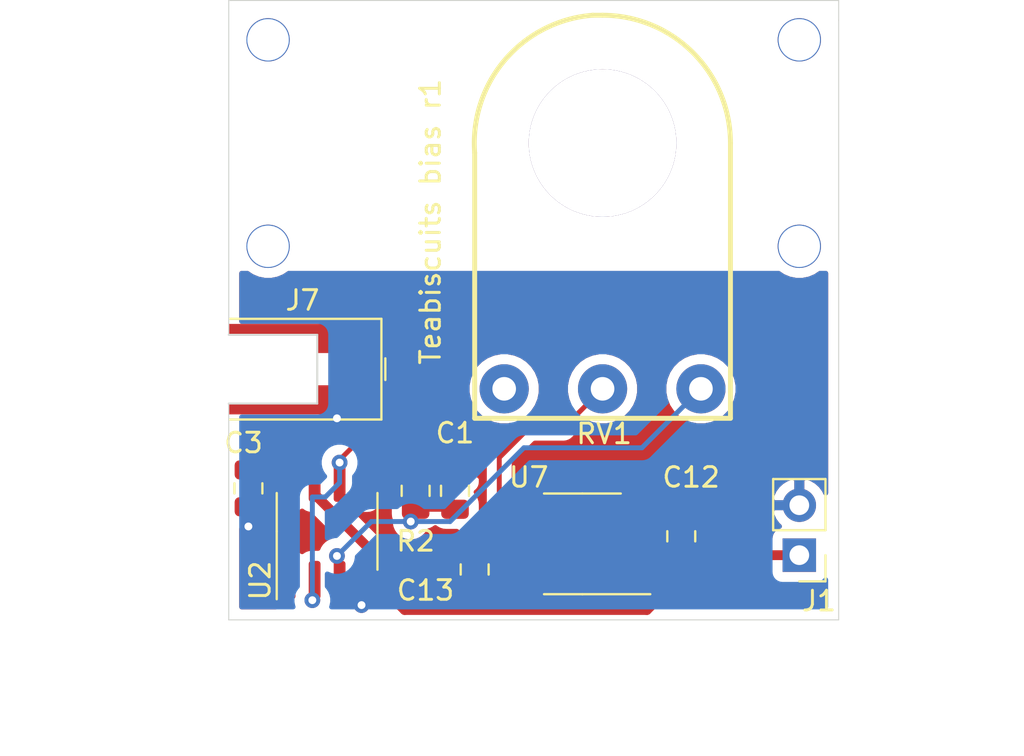
<source format=kicad_pcb>
(kicad_pcb (version 20171130) (host pcbnew "(5.1.6-0-10_14)")

  (general
    (thickness 1.6)
    (drawings 8)
    (tracks 62)
    (zones 0)
    (modules 10)
    (nets 15)
  )

  (page A4)
  (layers
    (0 F.Cu signal)
    (31 B.Cu signal)
    (32 B.Adhes user)
    (33 F.Adhes user)
    (34 B.Paste user)
    (35 F.Paste user)
    (36 B.SilkS user)
    (37 F.SilkS user)
    (38 B.Mask user)
    (39 F.Mask user)
    (40 Dwgs.User user)
    (41 Cmts.User user)
    (42 Eco1.User user)
    (43 Eco2.User user)
    (44 Edge.Cuts user)
    (45 Margin user)
    (46 B.CrtYd user)
    (47 F.CrtYd user)
    (48 B.Fab user)
    (49 F.Fab user)
  )

  (setup
    (last_trace_width 0.25)
    (trace_clearance 0.2)
    (zone_clearance 0.508)
    (zone_45_only no)
    (trace_min 0.2)
    (via_size 0.8)
    (via_drill 0.4)
    (via_min_size 0.4)
    (via_min_drill 0.3)
    (uvia_size 0.3)
    (uvia_drill 0.1)
    (uvias_allowed no)
    (uvia_min_size 0.2)
    (uvia_min_drill 0.1)
    (edge_width 0.05)
    (segment_width 0.2)
    (pcb_text_width 0.3)
    (pcb_text_size 1.5 1.5)
    (mod_edge_width 0.12)
    (mod_text_size 1 1)
    (mod_text_width 0.15)
    (pad_size 3 1.48)
    (pad_drill 0)
    (pad_to_mask_clearance 0.051)
    (solder_mask_min_width 0.25)
    (aux_axis_origin 0 0)
    (visible_elements FFFFFF7F)
    (pcbplotparams
      (layerselection 0x010fc_ffffffff)
      (usegerberextensions false)
      (usegerberattributes false)
      (usegerberadvancedattributes false)
      (creategerberjobfile false)
      (excludeedgelayer true)
      (linewidth 0.100000)
      (plotframeref false)
      (viasonmask false)
      (mode 1)
      (useauxorigin false)
      (hpglpennumber 1)
      (hpglpenspeed 20)
      (hpglpendiameter 15.000000)
      (psnegative false)
      (psa4output false)
      (plotreference true)
      (plotvalue true)
      (plotinvisibletext false)
      (padsonsilk false)
      (subtractmaskfromsilk false)
      (outputformat 1)
      (mirror false)
      (drillshape 0)
      (scaleselection 1)
      (outputdirectory "gerbers/"))
  )

  (net 0 "")
  (net 1 +5V)
  (net 2 GND)
  (net 3 "Net-(C1-Pad1)")
  (net 4 "Net-(J7-Pad1)")
  (net 5 "Net-(U2-Pad1)")
  (net 6 "Net-(U2-Pad5)")
  (net 7 "Net-(U2-Pad8)")
  (net 8 REF)
  (net 9 "Net-(U7-Pad8)")
  (net 10 "Net-(U7-Pad7)")
  (net 11 "Net-(U7-Pad5)")
  (net 12 "Net-(U7-Pad3)")
  (net 13 "Net-(U7-Pad1)")
  (net 14 "Net-(RV1-Pad1)")

  (net_class Default "This is the default net class."
    (clearance 0.2)
    (trace_width 0.25)
    (via_dia 0.8)
    (via_drill 0.4)
    (uvia_dia 0.3)
    (uvia_drill 0.1)
    (add_net "Net-(C1-Pad1)")
    (add_net "Net-(J7-Pad1)")
    (add_net "Net-(RV1-Pad1)")
    (add_net "Net-(U2-Pad1)")
    (add_net "Net-(U2-Pad5)")
    (add_net "Net-(U2-Pad8)")
    (add_net "Net-(U7-Pad1)")
    (add_net "Net-(U7-Pad3)")
    (add_net "Net-(U7-Pad5)")
    (add_net "Net-(U7-Pad7)")
    (add_net "Net-(U7-Pad8)")
    (add_net REF)
  )

  (net_class power ""
    (clearance 0.2)
    (trace_width 0.5)
    (via_dia 0.8)
    (via_drill 0.4)
    (uvia_dia 0.3)
    (uvia_drill 0.1)
    (add_net +5V)
    (add_net GND)
  )

  (module VR_B10K:Potentiometer_WirePads_largePads (layer F.Cu) (tedit 5F85865F) (tstamp 5F85E8A8)
    (at 151.5 165.75 90)
    (descr "Potentiometer, Wire Pads only, RevA, 30 July 2010,")
    (tags "Potentiometer Wire Pads only RevA 30 July 2010 ")
    (path /5F881353)
    (fp_text reference RV1 (at -2.286 5.08 180) (layer F.SilkS)
      (effects (font (size 1 1) (thickness 0.15)))
    )
    (fp_text value R_POT (at 2 12.2 90) (layer F.Fab) hide
      (effects (font (size 1 1) (thickness 0.15)))
    )
    (fp_arc (start 12.5 5) (end 19 5) (angle 90) (layer F.SilkS) (width 0.25))
    (fp_arc (start 12.5 5) (end 12 -1.5) (angle 90) (layer F.SilkS) (width 0.25))
    (fp_line (start -1.5 11.5) (end 12.5 11.5) (layer F.SilkS) (width 0.25))
    (fp_line (start -1.5 -1.5) (end -1.5 11.5) (layer F.SilkS) (width 0.25))
    (fp_line (start -1.5 -1.5) (end 12 -1.5) (layer F.SilkS) (width 0.25))
    (fp_line (start 19 4.5) (end 19 5) (layer F.SilkS) (width 0.25))
    (pad 2 thru_hole circle (at 0 5 90) (size 2.5 2.5) (drill 1.2) (layers *.Cu *.Mask)
      (net 8 REF))
    (pad 3 thru_hole circle (at 0 10 90) (size 2.5 2.5) (drill 1.2) (layers *.Cu *.Mask)
      (net 3 "Net-(C1-Pad1)"))
    (pad 1 thru_hole circle (at 0 0 90) (size 2.5 2.5) (drill 1.2) (layers *.Cu *.Mask)
      (net 14 "Net-(RV1-Pad1)"))
    (pad "" thru_hole circle (at 12.5 5 90) (size 7.5 7.5) (drill 7.5) (layers *.Cu *.Mask))
  )

  (module Package_SO:SOIC-8_3.9x4.9mm_P1.27mm (layer F.Cu) (tedit 5D9F72B1) (tstamp 5F85F87E)
    (at 155.475 173.635 180)
    (descr "SOIC, 8 Pin (JEDEC MS-012AA, https://www.analog.com/media/en/package-pcb-resources/package/pkg_pdf/soic_narrow-r/r_8.pdf), generated with kicad-footprint-generator ipc_gullwing_generator.py")
    (tags "SOIC SO")
    (path /5F0F19ED)
    (attr smd)
    (fp_text reference U7 (at 2.725 3.385) (layer F.SilkS)
      (effects (font (size 1 1) (thickness 0.15)))
    )
    (fp_text value REF5025AD (at 0.225 -6.115) (layer F.Fab)
      (effects (font (size 1 1) (thickness 0.15)))
    )
    (fp_text user %R (at 0 0) (layer F.Fab)
      (effects (font (size 0.98 0.98) (thickness 0.15)))
    )
    (fp_line (start 0 2.56) (end 1.95 2.56) (layer F.SilkS) (width 0.12))
    (fp_line (start 0 2.56) (end -1.95 2.56) (layer F.SilkS) (width 0.12))
    (fp_line (start 0 -2.56) (end 1.95 -2.56) (layer F.SilkS) (width 0.12))
    (fp_line (start 0 -2.56) (end -3.45 -2.56) (layer F.SilkS) (width 0.12))
    (fp_line (start -0.975 -2.45) (end 1.95 -2.45) (layer F.Fab) (width 0.1))
    (fp_line (start 1.95 -2.45) (end 1.95 2.45) (layer F.Fab) (width 0.1))
    (fp_line (start 1.95 2.45) (end -1.95 2.45) (layer F.Fab) (width 0.1))
    (fp_line (start -1.95 2.45) (end -1.95 -1.475) (layer F.Fab) (width 0.1))
    (fp_line (start -1.95 -1.475) (end -0.975 -2.45) (layer F.Fab) (width 0.1))
    (fp_line (start -3.7 -2.7) (end -3.7 2.7) (layer F.CrtYd) (width 0.05))
    (fp_line (start -3.7 2.7) (end 3.7 2.7) (layer F.CrtYd) (width 0.05))
    (fp_line (start 3.7 2.7) (end 3.7 -2.7) (layer F.CrtYd) (width 0.05))
    (fp_line (start 3.7 -2.7) (end -3.7 -2.7) (layer F.CrtYd) (width 0.05))
    (pad 8 smd roundrect (at 2.475 -1.905 180) (size 1.95 0.6) (layers F.Cu F.Paste F.Mask) (roundrect_rratio 0.25)
      (net 9 "Net-(U7-Pad8)"))
    (pad 7 smd roundrect (at 2.475 -0.635 180) (size 1.95 0.6) (layers F.Cu F.Paste F.Mask) (roundrect_rratio 0.25)
      (net 10 "Net-(U7-Pad7)"))
    (pad 6 smd roundrect (at 2.475 0.635 180) (size 1.95 0.6) (layers F.Cu F.Paste F.Mask) (roundrect_rratio 0.25)
      (net 8 REF))
    (pad 5 smd roundrect (at 2.475 1.905 180) (size 1.95 0.6) (layers F.Cu F.Paste F.Mask) (roundrect_rratio 0.25)
      (net 11 "Net-(U7-Pad5)"))
    (pad 4 smd roundrect (at -2.475 1.905 180) (size 1.95 0.6) (layers F.Cu F.Paste F.Mask) (roundrect_rratio 0.25)
      (net 2 GND))
    (pad 3 smd roundrect (at -2.475 0.635 180) (size 1.95 0.6) (layers F.Cu F.Paste F.Mask) (roundrect_rratio 0.25)
      (net 12 "Net-(U7-Pad3)"))
    (pad 2 smd roundrect (at -2.475 -0.635 180) (size 1.95 0.6) (layers F.Cu F.Paste F.Mask) (roundrect_rratio 0.25)
      (net 1 +5V))
    (pad 1 smd roundrect (at -2.475 -1.905 180) (size 1.95 0.6) (layers F.Cu F.Paste F.Mask) (roundrect_rratio 0.25)
      (net 13 "Net-(U7-Pad1)"))
    (model ${KISYS3DMOD}/Package_SO.3dshapes/SOIC-8_3.9x4.9mm_P1.27mm.wrl
      (at (xyz 0 0 0))
      (scale (xyz 1 1 1))
      (rotate (xyz 0 0 0))
    )
  )

  (module Package_SO:SOIC-8_3.9x4.9mm_P1.27mm (layer F.Cu) (tedit 5D9F72B1) (tstamp 5F858F02)
    (at 142.5 173 90)
    (descr "SOIC, 8 Pin (JEDEC MS-012AA, https://www.analog.com/media/en/package-pcb-resources/package/pkg_pdf/soic_narrow-r/r_8.pdf), generated with kicad-footprint-generator ipc_gullwing_generator.py")
    (tags "SOIC SO")
    (path /5F1C8444)
    (attr smd)
    (fp_text reference U2 (at -2.5 -3.4 90) (layer F.SilkS)
      (effects (font (size 1 1) (thickness 0.15)))
    )
    (fp_text value OP07 (at -7 4.75 90) (layer F.Fab)
      (effects (font (size 1 1) (thickness 0.15)))
    )
    (fp_text user %R (at -3 -3.75 180) (layer F.Fab)
      (effects (font (size 0.98 0.98) (thickness 0.15)))
    )
    (fp_line (start 0 2.56) (end 1.95 2.56) (layer F.SilkS) (width 0.12))
    (fp_line (start 0 2.56) (end -1.95 2.56) (layer F.SilkS) (width 0.12))
    (fp_line (start 0 -2.56) (end 1.95 -2.56) (layer F.SilkS) (width 0.12))
    (fp_line (start 0 -2.56) (end -3.45 -2.56) (layer F.SilkS) (width 0.12))
    (fp_line (start -0.975 -2.45) (end 1.95 -2.45) (layer F.Fab) (width 0.1))
    (fp_line (start 1.95 -2.45) (end 1.95 2.45) (layer F.Fab) (width 0.1))
    (fp_line (start 1.95 2.45) (end -1.95 2.45) (layer F.Fab) (width 0.1))
    (fp_line (start -1.95 2.45) (end -1.95 -1.475) (layer F.Fab) (width 0.1))
    (fp_line (start -1.95 -1.475) (end -0.975 -2.45) (layer F.Fab) (width 0.1))
    (fp_line (start -3.7 -2.7) (end -3.7 2.7) (layer F.CrtYd) (width 0.05))
    (fp_line (start -3.7 2.7) (end 3.7 2.7) (layer F.CrtYd) (width 0.05))
    (fp_line (start 3.7 2.7) (end 3.7 -2.7) (layer F.CrtYd) (width 0.05))
    (fp_line (start 3.7 -2.7) (end -3.7 -2.7) (layer F.CrtYd) (width 0.05))
    (pad 8 smd roundrect (at 2.475 -1.905 90) (size 1.95 0.6) (layers F.Cu F.Paste F.Mask) (roundrect_rratio 0.25)
      (net 7 "Net-(U2-Pad8)"))
    (pad 7 smd roundrect (at 2.475 -0.635 90) (size 1.95 0.6) (layers F.Cu F.Paste F.Mask) (roundrect_rratio 0.25)
      (net 1 +5V))
    (pad 6 smd roundrect (at 2.475 0.635 90) (size 1.95 0.6) (layers F.Cu F.Paste F.Mask) (roundrect_rratio 0.25)
      (net 4 "Net-(J7-Pad1)"))
    (pad 5 smd roundrect (at 2.475 1.905 90) (size 1.95 0.6) (layers F.Cu F.Paste F.Mask) (roundrect_rratio 0.25)
      (net 6 "Net-(U2-Pad5)"))
    (pad 4 smd roundrect (at -2.475 1.905 90) (size 1.95 0.6) (layers F.Cu F.Paste F.Mask) (roundrect_rratio 0.25)
      (net 2 GND))
    (pad 3 smd roundrect (at -2.475 0.635 90) (size 1.95 0.6) (layers F.Cu F.Paste F.Mask) (roundrect_rratio 0.25)
      (net 3 "Net-(C1-Pad1)"))
    (pad 2 smd roundrect (at -2.475 -0.635 90) (size 1.95 0.6) (layers F.Cu F.Paste F.Mask) (roundrect_rratio 0.25)
      (net 4 "Net-(J7-Pad1)"))
    (pad 1 smd roundrect (at -2.475 -1.905 90) (size 1.95 0.6) (layers F.Cu F.Paste F.Mask) (roundrect_rratio 0.25)
      (net 5 "Net-(U2-Pad1)"))
    (model ${KISYS3DMOD}/Package_SO.3dshapes/SOIC-8_3.9x4.9mm_P1.27mm.wrl
      (at (xyz 0 0 0))
      (scale (xyz 1 1 1))
      (rotate (xyz 0 0 0))
    )
  )

  (module Resistor_SMD:R_0805_2012Metric (layer F.Cu) (tedit 5B36C52B) (tstamp 5F858EE8)
    (at 147 170.9375 90)
    (descr "Resistor SMD 0805 (2012 Metric), square (rectangular) end terminal, IPC_7351 nominal, (Body size source: https://docs.google.com/spreadsheets/d/1BsfQQcO9C6DZCsRaXUlFlo91Tg2WpOkGARC1WS5S8t0/edit?usp=sharing), generated with kicad-footprint-generator")
    (tags resistor)
    (path /5F52E652)
    (attr smd)
    (fp_text reference R2 (at -2.5625 0 180) (layer F.SilkS)
      (effects (font (size 1 1) (thickness 0.15)))
    )
    (fp_text value R (at -7.3125 1.5 90) (layer F.Fab)
      (effects (font (size 1 1) (thickness 0.15)))
    )
    (fp_text user %R (at -9.5625 -0.25 90) (layer F.Fab)
      (effects (font (size 0.5 0.5) (thickness 0.08)))
    )
    (fp_line (start -1 0.6) (end -1 -0.6) (layer F.Fab) (width 0.1))
    (fp_line (start -1 -0.6) (end 1 -0.6) (layer F.Fab) (width 0.1))
    (fp_line (start 1 -0.6) (end 1 0.6) (layer F.Fab) (width 0.1))
    (fp_line (start 1 0.6) (end -1 0.6) (layer F.Fab) (width 0.1))
    (fp_line (start -0.258578 -0.71) (end 0.258578 -0.71) (layer F.SilkS) (width 0.12))
    (fp_line (start -0.258578 0.71) (end 0.258578 0.71) (layer F.SilkS) (width 0.12))
    (fp_line (start -1.68 0.95) (end -1.68 -0.95) (layer F.CrtYd) (width 0.05))
    (fp_line (start -1.68 -0.95) (end 1.68 -0.95) (layer F.CrtYd) (width 0.05))
    (fp_line (start 1.68 -0.95) (end 1.68 0.95) (layer F.CrtYd) (width 0.05))
    (fp_line (start 1.68 0.95) (end -1.68 0.95) (layer F.CrtYd) (width 0.05))
    (pad 2 smd roundrect (at 0.9375 0 90) (size 0.975 1.4) (layers F.Cu F.Paste F.Mask) (roundrect_rratio 0.25)
      (net 2 GND))
    (pad 1 smd roundrect (at -0.9375 0 90) (size 0.975 1.4) (layers F.Cu F.Paste F.Mask) (roundrect_rratio 0.25)
      (net 3 "Net-(C1-Pad1)"))
    (model ${KISYS3DMOD}/Resistor_SMD.3dshapes/R_0805_2012Metric.wrl
      (at (xyz 0 0 0))
      (scale (xyz 1 1 1))
      (rotate (xyz 0 0 0))
    )
  )

  (module Connector_Coaxial:MMCX_Molex_73415-0961_Horizontal_1.0mm-PCB (layer F.Cu) (tedit 5F858582) (tstamp 5F858EC6)
    (at 141.25 164.75)
    (descr "Molex MMCX Horizontal Coaxial https://www.molex.com/pdm_docs/sd/734150961_sd.pdf")
    (tags "Molex MMCX Horizontal Coaxial")
    (path /5F1C844F)
    (attr smd)
    (fp_text reference J7 (at 0 -3.5) (layer F.SilkS)
      (effects (font (size 1 1) (thickness 0.15)))
    )
    (fp_text value Conn_Coaxial (at -10.25 0.25) (layer F.Fab)
      (effects (font (size 1 1) (thickness 0.15)))
    )
    (fp_text user "PCB edge" (at -3.35 0 90) (layer Dwgs.User)
      (effects (font (size 0.4 0.4) (thickness 0.06)))
    )
    (fp_text user %R (at -1.75 -4) (layer F.Fab)
      (effects (font (size 1 1) (thickness 0.15)))
    )
    (fp_line (start 0.75 -1.75) (end -3.75 -1.75) (layer Edge.Cuts) (width 0.1))
    (fp_line (start 0.75 1.75) (end 0.75 -1.75) (layer Edge.Cuts) (width 0.1))
    (fp_line (start -3.75 1.75) (end 0.75 1.75) (layer Edge.Cuts) (width 0.1))
    (fp_line (start 3.18 0) (end 3.68 -0.5) (layer F.Fab) (width 0.1))
    (fp_line (start -3.75 -2.25) (end 3.68 -2.25) (layer F.Fab) (width 0.1))
    (fp_line (start -3.75 -2.25) (end -3.75 2.25) (layer F.Fab) (width 0.1))
    (fp_line (start 3.18 0) (end 3.68 0.5) (layer F.Fab) (width 0.1))
    (fp_line (start 3.68 2.25) (end 3.68 0.5) (layer F.Fab) (width 0.1))
    (fp_line (start -3.75 2.25) (end 3.68 2.25) (layer F.Fab) (width 0.1))
    (fp_line (start -3.75 1.75) (end -3.75 -1.75) (layer Dwgs.User) (width 0.1))
    (fp_line (start -3.69 -2.56) (end 4.01 -2.56) (layer F.SilkS) (width 0.12))
    (fp_line (start 4.01 2.56) (end 4.01 -2.56) (layer F.SilkS) (width 0.12))
    (fp_line (start -3.69 2.56) (end 4.01 2.56) (layer F.SilkS) (width 0.12))
    (fp_line (start 3.68 -0.5) (end 3.68 -2.25) (layer F.Fab) (width 0.1))
    (fp_line (start 4.21 -0.55) (end 4.21 0.55) (layer F.SilkS) (width 0.12))
    (fp_line (start -4.25 -2.8) (end -4.25 2.8) (layer F.CrtYd) (width 0.05))
    (fp_line (start 4.25 -2.8) (end 4.25 2.8) (layer F.CrtYd) (width 0.05))
    (fp_line (start -4.25 2.8) (end 4.25 2.8) (layer F.CrtYd) (width 0.05))
    (fp_line (start -4.25 -2.8) (end 4.25 -2.8) (layer F.CrtYd) (width 0.05))
    (pad 2 smd custom (at 2.25 1.56) (size 3 1.48) (layers F.Cu F.Paste F.Mask)
      (net 2 GND)
      (options (clearance outline) (anchor rect))
      (primitives
        (gr_poly (pts
           (xy -6 0.19) (xy -6 0.74) (xy -1.5 0.74) (xy -1.5 0.19)) (width 0))
      ))
    (pad 2 smd custom (at 2.25 -1.56) (size 3 1.48) (layers F.Cu F.Paste F.Mask)
      (net 2 GND) (zone_connect 2)
      (options (clearance outline) (anchor rect))
      (primitives
        (gr_poly (pts
           (xy -6 -0.74) (xy -6 -0.19) (xy -1.5 -0.19) (xy -1.5 -0.74)) (width 0))
      ))
    (pad 1 smd rect (at 2.7 0) (size 2.1 1.1) (layers F.Cu F.Paste F.Mask)
      (net 4 "Net-(J7-Pad1)"))
    (model ${KISYS3DMOD}/Connector_Coaxial.3dshapes/MMCX_Molex_73415-0961_Horizontal.wrl
      (at (xyz 0 0 0))
      (scale (xyz 1 1 1))
      (rotate (xyz 0 0 0))
    )
  )

  (module Connector_PinHeader_2.54mm:PinHeader_1x02_P2.54mm_Vertical (layer F.Cu) (tedit 59FED5CC) (tstamp 5F858EAA)
    (at 166.5 174.21 180)
    (descr "Through hole straight pin header, 1x02, 2.54mm pitch, single row")
    (tags "Through hole pin header THT 1x02 2.54mm single row")
    (path /5F87E8A9)
    (fp_text reference J1 (at -1 -2.33 180) (layer F.SilkS)
      (effects (font (size 1 1) (thickness 0.15)))
    )
    (fp_text value Conn_01x02 (at -6.75 2.71) (layer F.Fab)
      (effects (font (size 1 1) (thickness 0.15)))
    )
    (fp_text user %R (at -3.25 0.96 180) (layer F.Fab)
      (effects (font (size 1 1) (thickness 0.15)))
    )
    (fp_line (start -0.635 -1.27) (end 1.27 -1.27) (layer F.Fab) (width 0.1))
    (fp_line (start 1.27 -1.27) (end 1.27 3.81) (layer F.Fab) (width 0.1))
    (fp_line (start 1.27 3.81) (end -1.27 3.81) (layer F.Fab) (width 0.1))
    (fp_line (start -1.27 3.81) (end -1.27 -0.635) (layer F.Fab) (width 0.1))
    (fp_line (start -1.27 -0.635) (end -0.635 -1.27) (layer F.Fab) (width 0.1))
    (fp_line (start -1.33 3.87) (end 1.33 3.87) (layer F.SilkS) (width 0.12))
    (fp_line (start -1.33 1.27) (end -1.33 3.87) (layer F.SilkS) (width 0.12))
    (fp_line (start 1.33 1.27) (end 1.33 3.87) (layer F.SilkS) (width 0.12))
    (fp_line (start -1.33 1.27) (end 1.33 1.27) (layer F.SilkS) (width 0.12))
    (fp_line (start -1.33 0) (end -1.33 -1.33) (layer F.SilkS) (width 0.12))
    (fp_line (start -1.33 -1.33) (end 0 -1.33) (layer F.SilkS) (width 0.12))
    (fp_line (start -1.8 -1.8) (end -1.8 4.35) (layer F.CrtYd) (width 0.05))
    (fp_line (start -1.8 4.35) (end 1.8 4.35) (layer F.CrtYd) (width 0.05))
    (fp_line (start 1.8 4.35) (end 1.8 -1.8) (layer F.CrtYd) (width 0.05))
    (fp_line (start 1.8 -1.8) (end -1.8 -1.8) (layer F.CrtYd) (width 0.05))
    (pad 2 thru_hole oval (at 0 2.54 180) (size 1.7 1.7) (drill 1) (layers *.Cu *.Mask)
      (net 2 GND))
    (pad 1 thru_hole rect (at 0 0 180) (size 1.7 1.7) (drill 1) (layers *.Cu *.Mask)
      (net 1 +5V))
    (model ${KISYS3DMOD}/Connector_PinHeader_2.54mm.3dshapes/PinHeader_1x02_P2.54mm_Vertical.wrl
      (at (xyz 0 0 0))
      (scale (xyz 1 1 1))
      (rotate (xyz 0 0 0))
    )
  )

  (module Capacitor_SMD:C_0805_2012Metric (layer F.Cu) (tedit 5B36C52B) (tstamp 5F858E94)
    (at 150 174.9375 270)
    (descr "Capacitor SMD 0805 (2012 Metric), square (rectangular) end terminal, IPC_7351 nominal, (Body size source: https://docs.google.com/spreadsheets/d/1BsfQQcO9C6DZCsRaXUlFlo91Tg2WpOkGARC1WS5S8t0/edit?usp=sharing), generated with kicad-footprint-generator")
    (tags capacitor)
    (path /5F0FC1E7)
    (attr smd)
    (fp_text reference C13 (at 1.0625 2.5 180) (layer F.SilkS)
      (effects (font (size 1 1) (thickness 0.15)))
    )
    (fp_text value 0.1uF (at 4.5625 0.75 90) (layer F.Fab)
      (effects (font (size 1 1) (thickness 0.15)))
    )
    (fp_text user %R (at 5.3125 -0.25 90) (layer F.Fab)
      (effects (font (size 0.5 0.5) (thickness 0.08)))
    )
    (fp_line (start -1 0.6) (end -1 -0.6) (layer F.Fab) (width 0.1))
    (fp_line (start -1 -0.6) (end 1 -0.6) (layer F.Fab) (width 0.1))
    (fp_line (start 1 -0.6) (end 1 0.6) (layer F.Fab) (width 0.1))
    (fp_line (start 1 0.6) (end -1 0.6) (layer F.Fab) (width 0.1))
    (fp_line (start -0.258578 -0.71) (end 0.258578 -0.71) (layer F.SilkS) (width 0.12))
    (fp_line (start -0.258578 0.71) (end 0.258578 0.71) (layer F.SilkS) (width 0.12))
    (fp_line (start -1.68 0.95) (end -1.68 -0.95) (layer F.CrtYd) (width 0.05))
    (fp_line (start -1.68 -0.95) (end 1.68 -0.95) (layer F.CrtYd) (width 0.05))
    (fp_line (start 1.68 -0.95) (end 1.68 0.95) (layer F.CrtYd) (width 0.05))
    (fp_line (start 1.68 0.95) (end -1.68 0.95) (layer F.CrtYd) (width 0.05))
    (pad 2 smd roundrect (at 0.9375 0 270) (size 0.975 1.4) (layers F.Cu F.Paste F.Mask) (roundrect_rratio 0.25)
      (net 2 GND))
    (pad 1 smd roundrect (at -0.9375 0 270) (size 0.975 1.4) (layers F.Cu F.Paste F.Mask) (roundrect_rratio 0.25)
      (net 8 REF))
    (model ${KISYS3DMOD}/Capacitor_SMD.3dshapes/C_0805_2012Metric.wrl
      (at (xyz 0 0 0))
      (scale (xyz 1 1 1))
      (rotate (xyz 0 0 0))
    )
  )

  (module Capacitor_SMD:C_0805_2012Metric (layer F.Cu) (tedit 5B36C52B) (tstamp 5F858E83)
    (at 160.5 173.25 90)
    (descr "Capacitor SMD 0805 (2012 Metric), square (rectangular) end terminal, IPC_7351 nominal, (Body size source: https://docs.google.com/spreadsheets/d/1BsfQQcO9C6DZCsRaXUlFlo91Tg2WpOkGARC1WS5S8t0/edit?usp=sharing), generated with kicad-footprint-generator")
    (tags capacitor)
    (path /5F0FD122)
    (attr smd)
    (fp_text reference C12 (at 3 0.5 180) (layer F.SilkS)
      (effects (font (size 1 1) (thickness 0.15)))
    )
    (fp_text value 0.1uF (at -9 1.5 90) (layer F.Fab)
      (effects (font (size 1 1) (thickness 0.15)))
    )
    (fp_text user %R (at 0 0 90) (layer F.Fab)
      (effects (font (size 0.5 0.5) (thickness 0.08)))
    )
    (fp_line (start -1 0.6) (end -1 -0.6) (layer F.Fab) (width 0.1))
    (fp_line (start -1 -0.6) (end 1 -0.6) (layer F.Fab) (width 0.1))
    (fp_line (start 1 -0.6) (end 1 0.6) (layer F.Fab) (width 0.1))
    (fp_line (start 1 0.6) (end -1 0.6) (layer F.Fab) (width 0.1))
    (fp_line (start -0.258578 -0.71) (end 0.258578 -0.71) (layer F.SilkS) (width 0.12))
    (fp_line (start -0.258578 0.71) (end 0.258578 0.71) (layer F.SilkS) (width 0.12))
    (fp_line (start -1.68 0.95) (end -1.68 -0.95) (layer F.CrtYd) (width 0.05))
    (fp_line (start -1.68 -0.95) (end 1.68 -0.95) (layer F.CrtYd) (width 0.05))
    (fp_line (start 1.68 -0.95) (end 1.68 0.95) (layer F.CrtYd) (width 0.05))
    (fp_line (start 1.68 0.95) (end -1.68 0.95) (layer F.CrtYd) (width 0.05))
    (pad 2 smd roundrect (at 0.9375 0 90) (size 0.975 1.4) (layers F.Cu F.Paste F.Mask) (roundrect_rratio 0.25)
      (net 2 GND))
    (pad 1 smd roundrect (at -0.9375 0 90) (size 0.975 1.4) (layers F.Cu F.Paste F.Mask) (roundrect_rratio 0.25)
      (net 1 +5V))
    (model ${KISYS3DMOD}/Capacitor_SMD.3dshapes/C_0805_2012Metric.wrl
      (at (xyz 0 0 0))
      (scale (xyz 1 1 1))
      (rotate (xyz 0 0 0))
    )
  )

  (module Capacitor_SMD:C_0805_2012Metric (layer F.Cu) (tedit 5B36C52B) (tstamp 5F85F9AD)
    (at 138.5 170.8125 270)
    (descr "Capacitor SMD 0805 (2012 Metric), square (rectangular) end terminal, IPC_7351 nominal, (Body size source: https://docs.google.com/spreadsheets/d/1BsfQQcO9C6DZCsRaXUlFlo91Tg2WpOkGARC1WS5S8t0/edit?usp=sharing), generated with kicad-footprint-generator")
    (tags capacitor)
    (path /5F207139)
    (attr smd)
    (fp_text reference C3 (at -2.3125 0.25 180) (layer F.SilkS)
      (effects (font (size 1 1) (thickness 0.15)))
    )
    (fp_text value C (at 0.6875 3.5 90) (layer F.Fab)
      (effects (font (size 1 1) (thickness 0.15)))
    )
    (fp_text user %R (at -0.3125 5.5 90) (layer F.Fab)
      (effects (font (size 0.5 0.5) (thickness 0.08)))
    )
    (fp_line (start -1 0.6) (end -1 -0.6) (layer F.Fab) (width 0.1))
    (fp_line (start -1 -0.6) (end 1 -0.6) (layer F.Fab) (width 0.1))
    (fp_line (start 1 -0.6) (end 1 0.6) (layer F.Fab) (width 0.1))
    (fp_line (start 1 0.6) (end -1 0.6) (layer F.Fab) (width 0.1))
    (fp_line (start -0.258578 -0.71) (end 0.258578 -0.71) (layer F.SilkS) (width 0.12))
    (fp_line (start -0.258578 0.71) (end 0.258578 0.71) (layer F.SilkS) (width 0.12))
    (fp_line (start -1.68 0.95) (end -1.68 -0.95) (layer F.CrtYd) (width 0.05))
    (fp_line (start -1.68 -0.95) (end 1.68 -0.95) (layer F.CrtYd) (width 0.05))
    (fp_line (start 1.68 -0.95) (end 1.68 0.95) (layer F.CrtYd) (width 0.05))
    (fp_line (start 1.68 0.95) (end -1.68 0.95) (layer F.CrtYd) (width 0.05))
    (pad 2 smd roundrect (at 0.9375 0 270) (size 0.975 1.4) (layers F.Cu F.Paste F.Mask) (roundrect_rratio 0.25)
      (net 2 GND))
    (pad 1 smd roundrect (at -0.9375 0 270) (size 0.975 1.4) (layers F.Cu F.Paste F.Mask) (roundrect_rratio 0.25)
      (net 1 +5V))
    (model ${KISYS3DMOD}/Capacitor_SMD.3dshapes/C_0805_2012Metric.wrl
      (at (xyz 0 0 0))
      (scale (xyz 1 1 1))
      (rotate (xyz 0 0 0))
    )
  )

  (module Capacitor_SMD:C_0805_2012Metric (layer F.Cu) (tedit 5B36C52B) (tstamp 5F85F5D4)
    (at 149 170.9375 90)
    (descr "Capacitor SMD 0805 (2012 Metric), square (rectangular) end terminal, IPC_7351 nominal, (Body size source: https://docs.google.com/spreadsheets/d/1BsfQQcO9C6DZCsRaXUlFlo91Tg2WpOkGARC1WS5S8t0/edit?usp=sharing), generated with kicad-footprint-generator")
    (tags capacitor)
    (path /5F256690)
    (attr smd)
    (fp_text reference C1 (at 2.9375 0 180) (layer F.SilkS)
      (effects (font (size 1 1) (thickness 0.15)))
    )
    (fp_text value C (at -7.5625 1.75 90) (layer F.Fab)
      (effects (font (size 1 1) (thickness 0.15)))
    )
    (fp_text user %R (at -7.8125 -0.25 90) (layer F.Fab)
      (effects (font (size 0.5 0.5) (thickness 0.08)))
    )
    (fp_line (start -1 0.6) (end -1 -0.6) (layer F.Fab) (width 0.1))
    (fp_line (start -1 -0.6) (end 1 -0.6) (layer F.Fab) (width 0.1))
    (fp_line (start 1 -0.6) (end 1 0.6) (layer F.Fab) (width 0.1))
    (fp_line (start 1 0.6) (end -1 0.6) (layer F.Fab) (width 0.1))
    (fp_line (start -0.258578 -0.71) (end 0.258578 -0.71) (layer F.SilkS) (width 0.12))
    (fp_line (start -0.258578 0.71) (end 0.258578 0.71) (layer F.SilkS) (width 0.12))
    (fp_line (start -1.68 0.95) (end -1.68 -0.95) (layer F.CrtYd) (width 0.05))
    (fp_line (start -1.68 -0.95) (end 1.68 -0.95) (layer F.CrtYd) (width 0.05))
    (fp_line (start 1.68 -0.95) (end 1.68 0.95) (layer F.CrtYd) (width 0.05))
    (fp_line (start 1.68 0.95) (end -1.68 0.95) (layer F.CrtYd) (width 0.05))
    (pad 2 smd roundrect (at 0.9375 0 90) (size 0.975 1.4) (layers F.Cu F.Paste F.Mask) (roundrect_rratio 0.25)
      (net 2 GND))
    (pad 1 smd roundrect (at -0.9375 0 90) (size 0.975 1.4) (layers F.Cu F.Paste F.Mask) (roundrect_rratio 0.25)
      (net 3 "Net-(C1-Pad1)"))
    (model ${KISYS3DMOD}/Capacitor_SMD.3dshapes/C_0805_2012Metric.wrl
      (at (xyz 0 0 0))
      (scale (xyz 1 1 1))
      (rotate (xyz 0 0 0))
    )
  )

  (gr_text "Teabiscuits bias r1" (at 147.75 157.25 90) (layer F.SilkS)
    (effects (font (size 1 1) (thickness 0.15)))
  )
  (gr_line (start 137.5 146) (end 140 146) (layer Edge.Cuts) (width 0.05) (tstamp 5F85F3C2))
  (gr_line (start 137.5 163) (end 137.5 146) (layer Edge.Cuts) (width 0.05))
  (gr_line (start 168.5 146) (end 140 146) (layer Edge.Cuts) (width 0.05))
  (gr_line (start 168.5 147) (end 168.5 146) (layer Edge.Cuts) (width 0.05))
  (gr_line (start 168.5 177.5) (end 168.5 147) (layer Edge.Cuts) (width 0.05))
  (gr_line (start 137.5 177.5) (end 168.5 177.5) (layer Edge.Cuts) (width 0.05))
  (gr_line (start 137.5 166.5) (end 137.5 177.5) (layer Edge.Cuts) (width 0.05))

  (via (at 166.5 148) (size 2.2) (drill 2.1) (layers F.Cu B.Cu) (net 0))
  (via (at 139.5 148) (size 2.2) (drill 2.1) (layers F.Cu B.Cu) (net 0) (tstamp 5F85FAF8))
  (via (at 166.5 158.5) (size 2.2) (drill 2.1) (layers F.Cu B.Cu) (net 0) (tstamp 5F85FAFA))
  (via (at 139.5 158.5) (size 2.2) (drill 2.1) (layers F.Cu B.Cu) (net 0) (tstamp 5F85FAFC))
  (segment (start 160.5225 174.21) (end 160.5 174.1875) (width 0.5) (layer F.Cu) (net 1))
  (segment (start 166.5 174.21) (end 160.5225 174.21) (width 0.5) (layer F.Cu) (net 1))
  (segment (start 158.0325 174.1875) (end 157.95 174.27) (width 0.5) (layer F.Cu) (net 1))
  (segment (start 160.5 174.1875) (end 158.0325 174.1875) (width 0.5) (layer F.Cu) (net 1))
  (segment (start 160.5 174.1875) (end 160.5 175.25) (width 0.5) (layer F.Cu) (net 1))
  (segment (start 160.5 175.25) (end 158.75 177) (width 0.5) (layer F.Cu) (net 1))
  (segment (start 145.15501 174.401466) (end 141.865 171.111456) (width 0.5) (layer F.Cu) (net 1))
  (segment (start 141.865 171.111456) (end 141.865 170.525) (width 0.5) (layer F.Cu) (net 1))
  (segment (start 145.15501 175.711136) (end 145.15501 174.401466) (width 0.5) (layer F.Cu) (net 1))
  (segment (start 146.443874 177) (end 145.15501 175.711136) (width 0.5) (layer F.Cu) (net 1))
  (segment (start 158.75 177) (end 146.443874 177) (width 0.5) (layer F.Cu) (net 1))
  (segment (start 141.41499 169.09999) (end 141.865 169.55) (width 0.5) (layer F.Cu) (net 1))
  (segment (start 141.865 169.55) (end 141.865 170.525) (width 0.5) (layer F.Cu) (net 1))
  (segment (start 139.27501 169.09999) (end 141.41499 169.09999) (width 0.5) (layer F.Cu) (net 1))
  (segment (start 138.5 169.875) (end 139.27501 169.09999) (width 0.5) (layer F.Cu) (net 1))
  (via (at 143 167.25) (size 0.8) (drill 0.4) (layers F.Cu B.Cu) (net 2))
  (segment (start 143.5 166.75) (end 143 167.25) (width 0.5) (layer F.Cu) (net 2))
  (segment (start 143.5 166.31) (end 143.5 166.75) (width 0.5) (layer F.Cu) (net 2))
  (via (at 138.5 172.75) (size 0.8) (drill 0.4) (layers F.Cu B.Cu) (net 2))
  (segment (start 138.5 171.75) (end 138.5 172.75) (width 0.5) (layer F.Cu) (net 2))
  (via (at 144.25 176.75) (size 0.8) (drill 0.4) (layers F.Cu B.Cu) (net 2))
  (segment (start 144.405 176.595) (end 144.25 176.75) (width 0.5) (layer F.Cu) (net 2))
  (segment (start 144.405 175.475) (end 144.405 176.595) (width 0.5) (layer F.Cu) (net 2))
  (via (at 143 174.25) (size 0.8) (drill 0.4) (layers F.Cu B.Cu) (net 3))
  (segment (start 143.135 174.385) (end 143 174.25) (width 0.25) (layer F.Cu) (net 3))
  (segment (start 143.135 175.475) (end 143.135 174.385) (width 0.25) (layer F.Cu) (net 3))
  (via (at 146.75 172.5) (size 0.8) (drill 0.4) (layers F.Cu B.Cu) (net 3))
  (segment (start 144.75 172.5) (end 146.75 172.5) (width 0.25) (layer B.Cu) (net 3))
  (segment (start 143 174.25) (end 144.75 172.5) (width 0.25) (layer B.Cu) (net 3))
  (segment (start 146.75 172.125) (end 147 171.875) (width 0.25) (layer F.Cu) (net 3))
  (segment (start 146.75 172.5) (end 146.75 172.125) (width 0.25) (layer F.Cu) (net 3))
  (segment (start 149 171.875) (end 147 171.875) (width 0.25) (layer F.Cu) (net 3))
  (segment (start 161.5 165.75) (end 158.5 168.75) (width 0.25) (layer B.Cu) (net 3))
  (segment (start 158.5 168.75) (end 152.5 168.75) (width 0.25) (layer B.Cu) (net 3))
  (segment (start 148.75 172.5) (end 146.75 172.5) (width 0.25) (layer B.Cu) (net 3))
  (segment (start 152.5 168.75) (end 148.75 172.5) (width 0.25) (layer B.Cu) (net 3))
  (segment (start 143.135 169.365) (end 143.135 170.525) (width 0.25) (layer F.Cu) (net 4))
  (segment (start 144 168.5) (end 143.135 169.365) (width 0.25) (layer F.Cu) (net 4))
  (segment (start 143.95 164.75) (end 144.639636 164.75) (width 0.25) (layer F.Cu) (net 4))
  (segment (start 145.75 165.860364) (end 145.75 168.25) (width 0.25) (layer F.Cu) (net 4))
  (segment (start 145.75 168.25) (end 145.5 168.5) (width 0.25) (layer F.Cu) (net 4))
  (segment (start 145.5 168.5) (end 144 168.5) (width 0.25) (layer F.Cu) (net 4))
  (segment (start 144.639636 164.75) (end 145.75 165.860364) (width 0.25) (layer F.Cu) (net 4))
  (via (at 141.75 176.5) (size 0.8) (drill 0.4) (layers F.Cu B.Cu) (net 4))
  (segment (start 141.865 176.385) (end 141.75 176.5) (width 0.25) (layer F.Cu) (net 4))
  (segment (start 141.865 175.475) (end 141.865 176.385) (width 0.25) (layer F.Cu) (net 4))
  (segment (start 141.75 176.5) (end 141.75 171.25) (width 0.25) (layer B.Cu) (net 4))
  (via (at 143.135 169.5) (size 0.8) (drill 0.4) (layers F.Cu B.Cu) (net 4))
  (segment (start 142.41 171.25) (end 143.135 170.525) (width 0.25) (layer B.Cu) (net 4))
  (segment (start 141.75 171.25) (end 142.41 171.25) (width 0.25) (layer B.Cu) (net 4))
  (segment (start 143.135 170.525) (end 143.135 169.5) (width 0.25) (layer B.Cu) (net 4))
  (segment (start 151 173) (end 153 173) (width 0.25) (layer F.Cu) (net 8))
  (segment (start 150 174) (end 151 173) (width 0.25) (layer F.Cu) (net 8))
  (segment (start 150 174) (end 151.25 172.75) (width 0.25) (layer F.Cu) (net 8))
  (segment (start 151.25 172.75) (end 151.25 169.25) (width 0.25) (layer F.Cu) (net 8))
  (segment (start 151.25 169.25) (end 152.75 167.75) (width 0.25) (layer F.Cu) (net 8))
  (segment (start 154.5 167.75) (end 156.5 165.75) (width 0.25) (layer F.Cu) (net 8))
  (segment (start 152.75 167.75) (end 154.5 167.75) (width 0.25) (layer F.Cu) (net 8))

  (zone (net 2) (net_name GND) (layer F.Cu) (tstamp 0) (hatch edge 0.508)
    (connect_pads (clearance 0.508))
    (min_thickness 0.254)
    (fill yes (arc_segments 32) (thermal_gap 0.508) (thermal_bridge_width 0.508))
    (polygon
      (pts
        (xy 174 182.25) (xy 135.75 182.25) (xy 135.75 159.75) (xy 174 159.75)
      )
    )
    (filled_polygon
      (pts
        (xy 138.627 171.623) (xy 138.647 171.623) (xy 138.647 171.877) (xy 138.627 171.877) (xy 138.627 172.71375)
        (xy 138.78575 172.8725) (xy 139.2 172.875572) (xy 139.324482 172.863312) (xy 139.44418 172.827002) (xy 139.554494 172.768037)
        (xy 139.651185 172.688685) (xy 139.730537 172.591994) (xy 139.789502 172.48168) (xy 139.825812 172.361982) (xy 139.838072 172.2375)
        (xy 139.835 172.03575) (xy 139.676252 171.877002) (xy 139.835 171.877002) (xy 139.835 171.842976) (xy 139.887749 171.907251)
        (xy 140.007171 172.005258) (xy 140.143418 172.078084) (xy 140.291255 172.122929) (xy 140.445 172.138072) (xy 140.745 172.138072)
        (xy 140.898745 172.122929) (xy 141.046582 172.078084) (xy 141.182829 172.005258) (xy 141.23 171.966546) (xy 141.277171 172.005258)
        (xy 141.413418 172.078084) (xy 141.561255 172.122929) (xy 141.631848 172.129882) (xy 142.747011 173.245045) (xy 142.698102 173.254774)
        (xy 142.509744 173.332795) (xy 142.340226 173.446063) (xy 142.196063 173.590226) (xy 142.082795 173.759744) (xy 142.03947 173.864338)
        (xy 142.015 173.861928) (xy 141.715 173.861928) (xy 141.561255 173.877071) (xy 141.413418 173.921916) (xy 141.277171 173.994742)
        (xy 141.23 174.033454) (xy 141.182829 173.994742) (xy 141.046582 173.921916) (xy 140.898745 173.877071) (xy 140.745 173.861928)
        (xy 140.445 173.861928) (xy 140.291255 173.877071) (xy 140.143418 173.921916) (xy 140.007171 173.994742) (xy 139.887749 174.092749)
        (xy 139.789742 174.212171) (xy 139.716916 174.348418) (xy 139.672071 174.496255) (xy 139.656928 174.65) (xy 139.656928 176.3)
        (xy 139.672071 176.453745) (xy 139.716916 176.601582) (xy 139.789742 176.737829) (xy 139.873591 176.84) (xy 138.16 176.84)
        (xy 138.16 172.872902) (xy 138.21425 172.8725) (xy 138.373 172.71375) (xy 138.373 171.877) (xy 138.353 171.877)
        (xy 138.353 171.623) (xy 138.373 171.623) (xy 138.373 171.603) (xy 138.627 171.603)
      )
    )
    (filled_polygon
      (pts
        (xy 138.678169 160.037537) (xy 138.993919 160.168325) (xy 139.329117 160.235) (xy 139.670883 160.235) (xy 140.006081 160.168325)
        (xy 140.321831 160.037537) (xy 140.562092 159.877) (xy 165.437908 159.877) (xy 165.678169 160.037537) (xy 165.993919 160.168325)
        (xy 166.329117 160.235) (xy 166.670883 160.235) (xy 167.006081 160.168325) (xy 167.321831 160.037537) (xy 167.562092 159.877)
        (xy 167.840001 159.877) (xy 167.84 171.046599) (xy 167.771641 170.90308) (xy 167.597588 170.669731) (xy 167.381355 170.474822)
        (xy 167.131252 170.325843) (xy 166.856891 170.228519) (xy 166.627 170.349186) (xy 166.627 171.543) (xy 166.647 171.543)
        (xy 166.647 171.797) (xy 166.627 171.797) (xy 166.627 171.817) (xy 166.373 171.817) (xy 166.373 171.797)
        (xy 165.179845 171.797) (xy 165.058524 172.02689) (xy 165.103175 172.174099) (xy 165.228359 172.43692) (xy 165.402412 172.670269)
        (xy 165.486466 172.746034) (xy 165.40582 172.770498) (xy 165.295506 172.829463) (xy 165.198815 172.908815) (xy 165.119463 173.005506)
        (xy 165.060498 173.11582) (xy 165.024188 173.235518) (xy 165.015375 173.325) (xy 161.583725 173.325) (xy 161.579792 173.320208)
        (xy 161.573436 173.314992) (xy 161.651185 173.251185) (xy 161.730537 173.154494) (xy 161.789502 173.04418) (xy 161.825812 172.924482)
        (xy 161.838072 172.8) (xy 161.835 172.59825) (xy 161.67625 172.4395) (xy 160.627 172.4395) (xy 160.627 172.4595)
        (xy 160.373 172.4595) (xy 160.373 172.4395) (xy 160.353 172.4395) (xy 160.353 172.1855) (xy 160.373 172.1855)
        (xy 160.373 171.34875) (xy 160.627 171.34875) (xy 160.627 172.1855) (xy 161.67625 172.1855) (xy 161.835 172.02675)
        (xy 161.838072 171.825) (xy 161.825812 171.700518) (xy 161.789502 171.58082) (xy 161.730537 171.470506) (xy 161.651185 171.373815)
        (xy 161.577216 171.31311) (xy 165.058524 171.31311) (xy 165.179845 171.543) (xy 166.373 171.543) (xy 166.373 170.349186)
        (xy 166.143109 170.228519) (xy 165.868748 170.325843) (xy 165.618645 170.474822) (xy 165.402412 170.669731) (xy 165.228359 170.90308)
        (xy 165.103175 171.165901) (xy 165.058524 171.31311) (xy 161.577216 171.31311) (xy 161.554494 171.294463) (xy 161.44418 171.235498)
        (xy 161.324482 171.199188) (xy 161.2 171.186928) (xy 160.78575 171.19) (xy 160.627 171.34875) (xy 160.373 171.34875)
        (xy 160.21425 171.19) (xy 159.8 171.186928) (xy 159.675518 171.199188) (xy 159.55582 171.235498) (xy 159.533234 171.247571)
        (xy 159.514502 171.18582) (xy 159.455537 171.075506) (xy 159.376185 170.978815) (xy 159.279494 170.899463) (xy 159.16918 170.840498)
        (xy 159.049482 170.804188) (xy 158.925 170.791928) (xy 158.23575 170.795) (xy 158.077 170.95375) (xy 158.077 171.603)
        (xy 158.097 171.603) (xy 158.097 171.857) (xy 158.077 171.857) (xy 158.077 171.877) (xy 157.823 171.877)
        (xy 157.823 171.857) (xy 156.49875 171.857) (xy 156.34 172.01575) (xy 156.336928 172.03) (xy 156.349188 172.154482)
        (xy 156.385498 172.27418) (xy 156.444463 172.384494) (xy 156.46873 172.414064) (xy 156.396916 172.548418) (xy 156.352071 172.696255)
        (xy 156.336928 172.85) (xy 156.336928 173.15) (xy 156.352071 173.303745) (xy 156.396916 173.451582) (xy 156.469742 173.587829)
        (xy 156.508454 173.635) (xy 156.469742 173.682171) (xy 156.396916 173.818418) (xy 156.352071 173.966255) (xy 156.336928 174.12)
        (xy 156.336928 174.42) (xy 156.352071 174.573745) (xy 156.396916 174.721582) (xy 156.469742 174.857829) (xy 156.508454 174.905)
        (xy 156.469742 174.952171) (xy 156.396916 175.088418) (xy 156.352071 175.236255) (xy 156.336928 175.39) (xy 156.336928 175.69)
        (xy 156.352071 175.843745) (xy 156.396916 175.991582) (xy 156.462885 176.115) (xy 154.487115 176.115) (xy 154.553084 175.991582)
        (xy 154.597929 175.843745) (xy 154.613072 175.69) (xy 154.613072 175.39) (xy 154.597929 175.236255) (xy 154.553084 175.088418)
        (xy 154.480258 174.952171) (xy 154.441546 174.905) (xy 154.480258 174.857829) (xy 154.553084 174.721582) (xy 154.597929 174.573745)
        (xy 154.613072 174.42) (xy 154.613072 174.12) (xy 154.597929 173.966255) (xy 154.553084 173.818418) (xy 154.480258 173.682171)
        (xy 154.441546 173.635) (xy 154.480258 173.587829) (xy 154.553084 173.451582) (xy 154.597929 173.303745) (xy 154.613072 173.15)
        (xy 154.613072 172.85) (xy 154.597929 172.696255) (xy 154.553084 172.548418) (xy 154.480258 172.412171) (xy 154.441546 172.365)
        (xy 154.480258 172.317829) (xy 154.553084 172.181582) (xy 154.597929 172.033745) (xy 154.613072 171.88) (xy 154.613072 171.58)
        (xy 154.598298 171.43) (xy 156.336928 171.43) (xy 156.34 171.44425) (xy 156.49875 171.603) (xy 157.823 171.603)
        (xy 157.823 170.95375) (xy 157.66425 170.795) (xy 156.975 170.791928) (xy 156.850518 170.804188) (xy 156.73082 170.840498)
        (xy 156.620506 170.899463) (xy 156.523815 170.978815) (xy 156.444463 171.075506) (xy 156.385498 171.18582) (xy 156.349188 171.305518)
        (xy 156.336928 171.43) (xy 154.598298 171.43) (xy 154.597929 171.426255) (xy 154.553084 171.278418) (xy 154.480258 171.142171)
        (xy 154.382251 171.022749) (xy 154.262829 170.924742) (xy 154.126582 170.851916) (xy 153.978745 170.807071) (xy 153.825 170.791928)
        (xy 152.175 170.791928) (xy 152.021255 170.807071) (xy 152.01 170.810485) (xy 152.01 169.564801) (xy 153.064802 168.51)
        (xy 154.462678 168.51) (xy 154.5 168.513676) (xy 154.537322 168.51) (xy 154.537333 168.51) (xy 154.648986 168.499003)
        (xy 154.792247 168.455546) (xy 154.924276 168.384974) (xy 155.040001 168.290001) (xy 155.063804 168.260997) (xy 155.817282 167.507519)
        (xy 155.950166 167.562561) (xy 156.314344 167.635) (xy 156.685656 167.635) (xy 157.049834 167.562561) (xy 157.392882 167.420466)
        (xy 157.701618 167.214175) (xy 157.964175 166.951618) (xy 158.170466 166.642882) (xy 158.312561 166.299834) (xy 158.385 165.935656)
        (xy 158.385 165.564344) (xy 159.615 165.564344) (xy 159.615 165.935656) (xy 159.687439 166.299834) (xy 159.829534 166.642882)
        (xy 160.035825 166.951618) (xy 160.298382 167.214175) (xy 160.607118 167.420466) (xy 160.950166 167.562561) (xy 161.314344 167.635)
        (xy 161.685656 167.635) (xy 162.049834 167.562561) (xy 162.392882 167.420466) (xy 162.701618 167.214175) (xy 162.964175 166.951618)
        (xy 163.170466 166.642882) (xy 163.312561 166.299834) (xy 163.385 165.935656) (xy 163.385 165.564344) (xy 163.312561 165.200166)
        (xy 163.170466 164.857118) (xy 162.964175 164.548382) (xy 162.701618 164.285825) (xy 162.392882 164.079534) (xy 162.049834 163.937439)
        (xy 161.685656 163.865) (xy 161.314344 163.865) (xy 160.950166 163.937439) (xy 160.607118 164.079534) (xy 160.298382 164.285825)
        (xy 160.035825 164.548382) (xy 159.829534 164.857118) (xy 159.687439 165.200166) (xy 159.615 165.564344) (xy 158.385 165.564344)
        (xy 158.312561 165.200166) (xy 158.170466 164.857118) (xy 157.964175 164.548382) (xy 157.701618 164.285825) (xy 157.392882 164.079534)
        (xy 157.049834 163.937439) (xy 156.685656 163.865) (xy 156.314344 163.865) (xy 155.950166 163.937439) (xy 155.607118 164.079534)
        (xy 155.298382 164.285825) (xy 155.035825 164.548382) (xy 154.829534 164.857118) (xy 154.687439 165.200166) (xy 154.615 165.564344)
        (xy 154.615 165.935656) (xy 154.687439 166.299834) (xy 154.742481 166.432718) (xy 154.185199 166.99) (xy 152.925793 166.99)
        (xy 152.964175 166.951618) (xy 153.170466 166.642882) (xy 153.312561 166.299834) (xy 153.385 165.935656) (xy 153.385 165.564344)
        (xy 153.312561 165.200166) (xy 153.170466 164.857118) (xy 152.964175 164.548382) (xy 152.701618 164.285825) (xy 152.392882 164.079534)
        (xy 152.049834 163.937439) (xy 151.685656 163.865) (xy 151.314344 163.865) (xy 150.950166 163.937439) (xy 150.607118 164.079534)
        (xy 150.298382 164.285825) (xy 150.035825 164.548382) (xy 149.829534 164.857118) (xy 149.687439 165.200166) (xy 149.615 165.564344)
        (xy 149.615 165.935656) (xy 149.687439 166.299834) (xy 149.829534 166.642882) (xy 150.035825 166.951618) (xy 150.298382 167.214175)
        (xy 150.607118 167.420466) (xy 150.950166 167.562561) (xy 151.314344 167.635) (xy 151.685656 167.635) (xy 151.816156 167.609042)
        (xy 150.738998 168.686201) (xy 150.71 168.709999) (xy 150.686202 168.738997) (xy 150.686201 168.738998) (xy 150.615026 168.825724)
        (xy 150.544454 168.957754) (xy 150.51467 169.055942) (xy 150.509571 169.072754) (xy 150.500998 169.101015) (xy 150.486324 169.25)
        (xy 150.490001 169.287332) (xy 150.49 172.435198) (xy 150.488998 172.4362) (xy 150.459999 172.459999) (xy 150.436201 172.488997)
        (xy 150.05077 172.874428) (xy 149.904126 172.874428) (xy 149.946164 172.851958) (xy 150.079792 172.742292) (xy 150.189458 172.608664)
        (xy 150.270947 172.456209) (xy 150.321128 172.290785) (xy 150.338072 172.11875) (xy 150.338072 171.63125) (xy 150.321128 171.459215)
        (xy 150.270947 171.293791) (xy 150.189458 171.141336) (xy 150.079792 171.007708) (xy 150.073436 171.002492) (xy 150.151185 170.938685)
        (xy 150.230537 170.841994) (xy 150.289502 170.73168) (xy 150.325812 170.611982) (xy 150.338072 170.4875) (xy 150.335 170.28575)
        (xy 150.17625 170.127) (xy 149.127 170.127) (xy 149.127 170.147) (xy 148.873 170.147) (xy 148.873 170.127)
        (xy 147.127 170.127) (xy 147.127 170.147) (xy 146.873 170.147) (xy 146.873 170.127) (xy 145.82375 170.127)
        (xy 145.665 170.28575) (xy 145.661928 170.4875) (xy 145.674188 170.611982) (xy 145.710498 170.73168) (xy 145.769463 170.841994)
        (xy 145.848815 170.938685) (xy 145.926564 171.002492) (xy 145.920208 171.007708) (xy 145.810542 171.141336) (xy 145.729053 171.293791)
        (xy 145.678872 171.459215) (xy 145.661928 171.63125) (xy 145.661928 172.11875) (xy 145.678872 172.290785) (xy 145.715 172.409883)
        (xy 145.715 172.601939) (xy 145.754774 172.801898) (xy 145.832795 172.990256) (xy 145.946063 173.159774) (xy 146.090226 173.303937)
        (xy 146.259744 173.417205) (xy 146.448102 173.495226) (xy 146.648061 173.535) (xy 146.851939 173.535) (xy 147.051898 173.495226)
        (xy 147.240256 173.417205) (xy 147.409774 173.303937) (xy 147.553937 173.159774) (xy 147.667205 172.990256) (xy 147.675938 172.969173)
        (xy 147.793709 172.933447) (xy 147.946164 172.851958) (xy 148 172.807776) (xy 148.053836 172.851958) (xy 148.206291 172.933447)
        (xy 148.371715 172.983628) (xy 148.54375 173.000572) (xy 149.095874 173.000572) (xy 149.053836 173.023042) (xy 148.920208 173.132708)
        (xy 148.810542 173.266336) (xy 148.729053 173.418791) (xy 148.678872 173.584215) (xy 148.661928 173.75625) (xy 148.661928 174.24375)
        (xy 148.678872 174.415785) (xy 148.729053 174.581209) (xy 148.810542 174.733664) (xy 148.920208 174.867292) (xy 148.926564 174.872508)
        (xy 148.848815 174.936315) (xy 148.769463 175.033006) (xy 148.710498 175.14332) (xy 148.674188 175.263018) (xy 148.661928 175.3875)
        (xy 148.665 175.58925) (xy 148.82375 175.748) (xy 149.873 175.748) (xy 149.873 175.728) (xy 150.127 175.728)
        (xy 150.127 175.748) (xy 151.17625 175.748) (xy 151.335 175.58925) (xy 151.338072 175.3875) (xy 151.325812 175.263018)
        (xy 151.289502 175.14332) (xy 151.230537 175.033006) (xy 151.151185 174.936315) (xy 151.073436 174.872508) (xy 151.079792 174.867292)
        (xy 151.189458 174.733664) (xy 151.270947 174.581209) (xy 151.321128 174.415785) (xy 151.338072 174.24375) (xy 151.338072 173.76)
        (xy 151.478141 173.76) (xy 151.446916 173.818418) (xy 151.402071 173.966255) (xy 151.386928 174.12) (xy 151.386928 174.42)
        (xy 151.402071 174.573745) (xy 151.446916 174.721582) (xy 151.519742 174.857829) (xy 151.558454 174.905) (xy 151.519742 174.952171)
        (xy 151.446916 175.088418) (xy 151.402071 175.236255) (xy 151.386928 175.39) (xy 151.386928 175.69) (xy 151.402071 175.843745)
        (xy 151.446916 175.991582) (xy 151.512885 176.115) (xy 151.28925 176.115) (xy 151.17625 176.002) (xy 150.127 176.002)
        (xy 150.127 176.022) (xy 149.873 176.022) (xy 149.873 176.002) (xy 148.82375 176.002) (xy 148.71075 176.115)
        (xy 146.810453 176.115) (xy 146.04001 175.344558) (xy 146.04001 174.444935) (xy 146.044291 174.401466) (xy 146.04001 174.357997)
        (xy 146.04001 174.357989) (xy 146.027205 174.227976) (xy 145.976599 174.061153) (xy 145.894421 173.907407) (xy 145.845 173.847188)
        (xy 145.811542 173.806419) (xy 145.81154 173.806417) (xy 145.783827 173.772649) (xy 145.750059 173.744936) (xy 144.130979 172.125857)
        (xy 144.255 172.138072) (xy 144.555 172.138072) (xy 144.708745 172.122929) (xy 144.856582 172.078084) (xy 144.992829 172.005258)
        (xy 145.112251 171.907251) (xy 145.210258 171.787829) (xy 145.283084 171.651582) (xy 145.327929 171.503745) (xy 145.343072 171.35)
        (xy 145.343072 169.7) (xy 145.327929 169.546255) (xy 145.283084 169.398418) (xy 145.210258 169.262171) (xy 145.208476 169.26)
        (xy 145.462678 169.26) (xy 145.5 169.263676) (xy 145.537322 169.26) (xy 145.537333 169.26) (xy 145.648986 169.249003)
        (xy 145.734725 169.222995) (xy 145.710498 169.26832) (xy 145.674188 169.388018) (xy 145.661928 169.5125) (xy 145.665 169.71425)
        (xy 145.82375 169.873) (xy 146.873 169.873) (xy 146.873 169.03625) (xy 147.127 169.03625) (xy 147.127 169.873)
        (xy 148.873 169.873) (xy 148.873 169.03625) (xy 149.127 169.03625) (xy 149.127 169.873) (xy 150.17625 169.873)
        (xy 150.335 169.71425) (xy 150.338072 169.5125) (xy 150.325812 169.388018) (xy 150.289502 169.26832) (xy 150.230537 169.158006)
        (xy 150.151185 169.061315) (xy 150.054494 168.981963) (xy 149.94418 168.922998) (xy 149.824482 168.886688) (xy 149.7 168.874428)
        (xy 149.28575 168.8775) (xy 149.127 169.03625) (xy 148.873 169.03625) (xy 148.71425 168.8775) (xy 148.3 168.874428)
        (xy 148.175518 168.886688) (xy 148.05582 168.922998) (xy 148 168.952835) (xy 147.94418 168.922998) (xy 147.824482 168.886688)
        (xy 147.7 168.874428) (xy 147.28575 168.8775) (xy 147.127 169.03625) (xy 146.873 169.03625) (xy 146.71425 168.8775)
        (xy 146.3 168.874428) (xy 146.18949 168.885312) (xy 146.261002 168.8138) (xy 146.290001 168.790001) (xy 146.384974 168.674276)
        (xy 146.455546 168.542247) (xy 146.499003 168.398986) (xy 146.51 168.287333) (xy 146.51 168.287324) (xy 146.513676 168.250001)
        (xy 146.51 168.212678) (xy 146.51 165.897687) (xy 146.513676 165.860364) (xy 146.51 165.823041) (xy 146.51 165.823031)
        (xy 146.499003 165.711378) (xy 146.455546 165.568117) (xy 146.384974 165.436088) (xy 146.290001 165.320363) (xy 146.261004 165.296566)
        (xy 145.638072 164.673635) (xy 145.638072 164.2) (xy 145.625812 164.075518) (xy 145.589502 163.95582) (xy 145.530537 163.845506)
        (xy 145.451185 163.748815) (xy 145.354494 163.669463) (xy 145.24418 163.610498) (xy 145.124482 163.574188) (xy 145 163.561928)
        (xy 142.9 163.561928) (xy 142.775518 163.574188) (xy 142.685 163.601646) (xy 142.685 163.033647) (xy 142.688314 163)
        (xy 142.675088 162.865717) (xy 142.635919 162.736594) (xy 142.572312 162.617593) (xy 142.486711 162.513289) (xy 142.382407 162.427688)
        (xy 142.263406 162.364081) (xy 142.134283 162.324912) (xy 142.033647 162.315) (xy 142 162.311686) (xy 141.966353 162.315)
        (xy 138.16 162.315) (xy 138.16 159.877) (xy 138.437908 159.877)
      )
    )
  )
  (zone (net 2) (net_name GND) (layer B.Cu) (tstamp 5F85F3C4) (hatch edge 0.508)
    (connect_pads (clearance 0.508))
    (min_thickness 0.254)
    (fill yes (arc_segments 32) (thermal_gap 0.508) (thermal_bridge_width 0.508))
    (polygon
      (pts
        (xy 174 182.25) (xy 135.75 182.25) (xy 135.75 159.75) (xy 174 159.75)
      )
    )
    (filled_polygon
      (pts
        (xy 138.678169 160.037537) (xy 138.993919 160.168325) (xy 139.329117 160.235) (xy 139.670883 160.235) (xy 140.006081 160.168325)
        (xy 140.321831 160.037537) (xy 140.562092 159.877) (xy 165.437908 159.877) (xy 165.678169 160.037537) (xy 165.993919 160.168325)
        (xy 166.329117 160.235) (xy 166.670883 160.235) (xy 167.006081 160.168325) (xy 167.321831 160.037537) (xy 167.562092 159.877)
        (xy 167.840001 159.877) (xy 167.84 171.046599) (xy 167.771641 170.90308) (xy 167.597588 170.669731) (xy 167.381355 170.474822)
        (xy 167.131252 170.325843) (xy 166.856891 170.228519) (xy 166.627 170.349186) (xy 166.627 171.543) (xy 166.647 171.543)
        (xy 166.647 171.797) (xy 166.627 171.797) (xy 166.627 171.817) (xy 166.373 171.817) (xy 166.373 171.797)
        (xy 165.179845 171.797) (xy 165.058524 172.02689) (xy 165.103175 172.174099) (xy 165.228359 172.43692) (xy 165.402412 172.670269)
        (xy 165.486466 172.746034) (xy 165.40582 172.770498) (xy 165.295506 172.829463) (xy 165.198815 172.908815) (xy 165.119463 173.005506)
        (xy 165.060498 173.11582) (xy 165.024188 173.235518) (xy 165.011928 173.36) (xy 165.011928 175.06) (xy 165.024188 175.184482)
        (xy 165.060498 175.30418) (xy 165.119463 175.414494) (xy 165.198815 175.511185) (xy 165.295506 175.590537) (xy 165.40582 175.649502)
        (xy 165.525518 175.685812) (xy 165.65 175.698072) (xy 167.35 175.698072) (xy 167.474482 175.685812) (xy 167.59418 175.649502)
        (xy 167.704494 175.590537) (xy 167.801185 175.511185) (xy 167.84 175.463889) (xy 167.84 176.84) (xy 142.729444 176.84)
        (xy 142.745226 176.801898) (xy 142.785 176.601939) (xy 142.785 176.398061) (xy 142.745226 176.198102) (xy 142.667205 176.009744)
        (xy 142.553937 175.840226) (xy 142.51 175.796289) (xy 142.51 175.167311) (xy 142.698102 175.245226) (xy 142.898061 175.285)
        (xy 143.101939 175.285) (xy 143.301898 175.245226) (xy 143.490256 175.167205) (xy 143.659774 175.053937) (xy 143.803937 174.909774)
        (xy 143.917205 174.740256) (xy 143.995226 174.551898) (xy 144.035 174.351939) (xy 144.035 174.289801) (xy 145.064802 173.26)
        (xy 146.046289 173.26) (xy 146.090226 173.303937) (xy 146.259744 173.417205) (xy 146.448102 173.495226) (xy 146.648061 173.535)
        (xy 146.851939 173.535) (xy 147.051898 173.495226) (xy 147.240256 173.417205) (xy 147.409774 173.303937) (xy 147.453711 173.26)
        (xy 148.712678 173.26) (xy 148.75 173.263676) (xy 148.787322 173.26) (xy 148.787333 173.26) (xy 148.898986 173.249003)
        (xy 149.042247 173.205546) (xy 149.174276 173.134974) (xy 149.290001 173.040001) (xy 149.313804 173.010997) (xy 151.011691 171.31311)
        (xy 165.058524 171.31311) (xy 165.179845 171.543) (xy 166.373 171.543) (xy 166.373 170.349186) (xy 166.143109 170.228519)
        (xy 165.868748 170.325843) (xy 165.618645 170.474822) (xy 165.402412 170.669731) (xy 165.228359 170.90308) (xy 165.103175 171.165901)
        (xy 165.058524 171.31311) (xy 151.011691 171.31311) (xy 152.814802 169.51) (xy 158.462678 169.51) (xy 158.5 169.513676)
        (xy 158.537322 169.51) (xy 158.537333 169.51) (xy 158.648986 169.499003) (xy 158.792247 169.455546) (xy 158.924276 169.384974)
        (xy 159.040001 169.290001) (xy 159.063804 169.260997) (xy 160.817283 167.507519) (xy 160.950166 167.562561) (xy 161.314344 167.635)
        (xy 161.685656 167.635) (xy 162.049834 167.562561) (xy 162.392882 167.420466) (xy 162.701618 167.214175) (xy 162.964175 166.951618)
        (xy 163.170466 166.642882) (xy 163.312561 166.299834) (xy 163.385 165.935656) (xy 163.385 165.564344) (xy 163.312561 165.200166)
        (xy 163.170466 164.857118) (xy 162.964175 164.548382) (xy 162.701618 164.285825) (xy 162.392882 164.079534) (xy 162.049834 163.937439)
        (xy 161.685656 163.865) (xy 161.314344 163.865) (xy 160.950166 163.937439) (xy 160.607118 164.079534) (xy 160.298382 164.285825)
        (xy 160.035825 164.548382) (xy 159.829534 164.857118) (xy 159.687439 165.200166) (xy 159.615 165.564344) (xy 159.615 165.935656)
        (xy 159.687439 166.299834) (xy 159.742481 166.432717) (xy 158.185199 167.99) (xy 152.537323 167.99) (xy 152.5 167.986324)
        (xy 152.462677 167.99) (xy 152.462667 167.99) (xy 152.351014 168.000997) (xy 152.207753 168.044454) (xy 152.075724 168.115026)
        (xy 151.959999 168.209999) (xy 151.936201 168.238997) (xy 148.435199 171.74) (xy 147.453711 171.74) (xy 147.409774 171.696063)
        (xy 147.240256 171.582795) (xy 147.051898 171.504774) (xy 146.851939 171.465) (xy 146.648061 171.465) (xy 146.448102 171.504774)
        (xy 146.259744 171.582795) (xy 146.090226 171.696063) (xy 146.046289 171.74) (xy 144.787325 171.74) (xy 144.75 171.736324)
        (xy 144.712675 171.74) (xy 144.712667 171.74) (xy 144.601014 171.750997) (xy 144.457753 171.794454) (xy 144.325724 171.865026)
        (xy 144.209999 171.959999) (xy 144.186201 171.988997) (xy 142.960199 173.215) (xy 142.898061 173.215) (xy 142.698102 173.254774)
        (xy 142.51 173.332689) (xy 142.51 172.003828) (xy 142.558986 171.999003) (xy 142.702247 171.955546) (xy 142.834276 171.884974)
        (xy 142.950001 171.790001) (xy 142.973803 171.760998) (xy 143.646004 171.088798) (xy 143.675001 171.065001) (xy 143.769974 170.949276)
        (xy 143.840546 170.817247) (xy 143.884003 170.673986) (xy 143.895 170.562333) (xy 143.895 170.562323) (xy 143.898676 170.525)
        (xy 143.895 170.487677) (xy 143.895 170.203711) (xy 143.938937 170.159774) (xy 144.052205 169.990256) (xy 144.130226 169.801898)
        (xy 144.17 169.601939) (xy 144.17 169.398061) (xy 144.130226 169.198102) (xy 144.052205 169.009744) (xy 143.938937 168.840226)
        (xy 143.794774 168.696063) (xy 143.625256 168.582795) (xy 143.436898 168.504774) (xy 143.236939 168.465) (xy 143.033061 168.465)
        (xy 142.833102 168.504774) (xy 142.644744 168.582795) (xy 142.475226 168.696063) (xy 142.331063 168.840226) (xy 142.217795 169.009744)
        (xy 142.139774 169.198102) (xy 142.1 169.398061) (xy 142.1 169.601939) (xy 142.139774 169.801898) (xy 142.217795 169.990256)
        (xy 142.331063 170.159774) (xy 142.375 170.203711) (xy 142.375 170.210198) (xy 142.095199 170.49) (xy 141.787333 170.49)
        (xy 141.75 170.486323) (xy 141.712667 170.49) (xy 141.601014 170.500997) (xy 141.457753 170.544454) (xy 141.325724 170.615026)
        (xy 141.209999 170.709999) (xy 141.115026 170.825724) (xy 141.044454 170.957753) (xy 141.000997 171.101014) (xy 140.986323 171.25)
        (xy 140.990001 171.287343) (xy 140.99 175.796289) (xy 140.946063 175.840226) (xy 140.832795 176.009744) (xy 140.754774 176.198102)
        (xy 140.715 176.398061) (xy 140.715 176.601939) (xy 140.754774 176.801898) (xy 140.770556 176.84) (xy 138.16 176.84)
        (xy 138.16 167.185) (xy 141.966353 167.185) (xy 142 167.188314) (xy 142.033647 167.185) (xy 142.134283 167.175088)
        (xy 142.263406 167.135919) (xy 142.382407 167.072312) (xy 142.486711 166.986711) (xy 142.572312 166.882407) (xy 142.635919 166.763406)
        (xy 142.675088 166.634283) (xy 142.688314 166.5) (xy 142.685 166.466353) (xy 142.685 165.564344) (xy 149.615 165.564344)
        (xy 149.615 165.935656) (xy 149.687439 166.299834) (xy 149.829534 166.642882) (xy 150.035825 166.951618) (xy 150.298382 167.214175)
        (xy 150.607118 167.420466) (xy 150.950166 167.562561) (xy 151.314344 167.635) (xy 151.685656 167.635) (xy 152.049834 167.562561)
        (xy 152.392882 167.420466) (xy 152.701618 167.214175) (xy 152.964175 166.951618) (xy 153.170466 166.642882) (xy 153.312561 166.299834)
        (xy 153.385 165.935656) (xy 153.385 165.564344) (xy 154.615 165.564344) (xy 154.615 165.935656) (xy 154.687439 166.299834)
        (xy 154.829534 166.642882) (xy 155.035825 166.951618) (xy 155.298382 167.214175) (xy 155.607118 167.420466) (xy 155.950166 167.562561)
        (xy 156.314344 167.635) (xy 156.685656 167.635) (xy 157.049834 167.562561) (xy 157.392882 167.420466) (xy 157.701618 167.214175)
        (xy 157.964175 166.951618) (xy 158.170466 166.642882) (xy 158.312561 166.299834) (xy 158.385 165.935656) (xy 158.385 165.564344)
        (xy 158.312561 165.200166) (xy 158.170466 164.857118) (xy 157.964175 164.548382) (xy 157.701618 164.285825) (xy 157.392882 164.079534)
        (xy 157.049834 163.937439) (xy 156.685656 163.865) (xy 156.314344 163.865) (xy 155.950166 163.937439) (xy 155.607118 164.079534)
        (xy 155.298382 164.285825) (xy 155.035825 164.548382) (xy 154.829534 164.857118) (xy 154.687439 165.200166) (xy 154.615 165.564344)
        (xy 153.385 165.564344) (xy 153.312561 165.200166) (xy 153.170466 164.857118) (xy 152.964175 164.548382) (xy 152.701618 164.285825)
        (xy 152.392882 164.079534) (xy 152.049834 163.937439) (xy 151.685656 163.865) (xy 151.314344 163.865) (xy 150.950166 163.937439)
        (xy 150.607118 164.079534) (xy 150.298382 164.285825) (xy 150.035825 164.548382) (xy 149.829534 164.857118) (xy 149.687439 165.200166)
        (xy 149.615 165.564344) (xy 142.685 165.564344) (xy 142.685 163.033647) (xy 142.688314 163) (xy 142.675088 162.865717)
        (xy 142.635919 162.736594) (xy 142.572312 162.617593) (xy 142.486711 162.513289) (xy 142.382407 162.427688) (xy 142.263406 162.364081)
        (xy 142.134283 162.324912) (xy 142.033647 162.315) (xy 142 162.311686) (xy 141.966353 162.315) (xy 138.16 162.315)
        (xy 138.16 159.877) (xy 138.437908 159.877)
      )
    )
  )
)

</source>
